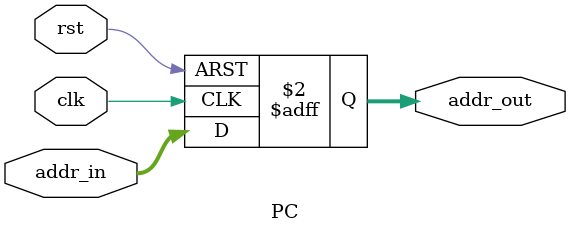
<source format=v>
module PC(
    input [31:0] addr_in,
    output reg [31:0] addr_out,
    input clk,
    input rst
    );
    
    always@(posedge clk, posedge rst)
        begin
            if(rst)
                addr_out<=32'h0000_0000;
            else
                addr_out<=addr_in;
        end
endmodule

</source>
